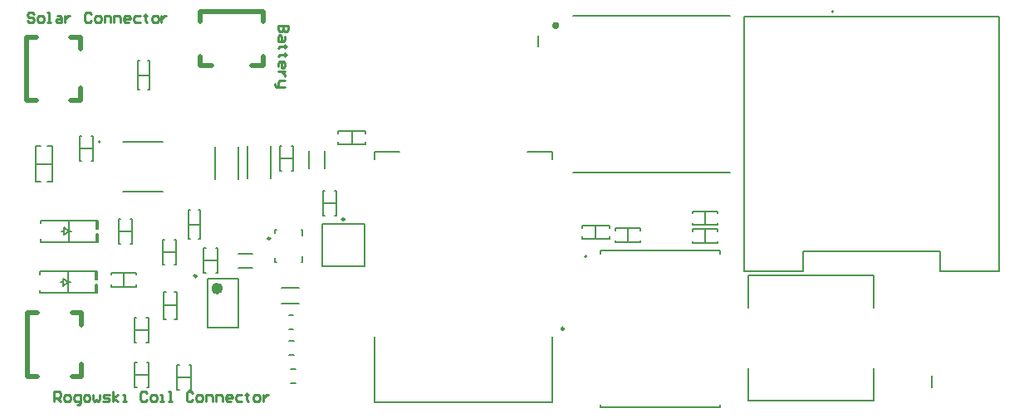
<source format=gbr>
%TF.GenerationSoftware,Altium Limited,Altium Designer,25.5.2 (35)*%
G04 Layer_Color=65535*
%FSLAX45Y45*%
%MOMM*%
%TF.SameCoordinates,50C6A35A-3351-48EA-99BD-CB12244F42B2*%
%TF.FilePolarity,Positive*%
%TF.FileFunction,Legend,Top*%
%TF.Part,Single*%
G01*
G75*
%TA.AperFunction,NonConductor*%
%ADD50C,0.25400*%
%ADD51C,0.25000*%
%ADD52C,0.20000*%
%ADD53C,0.60000*%
%ADD54C,0.12700*%
%ADD55C,0.50000*%
%ADD56C,0.15000*%
G36*
X5455394Y3891572D02*
X5404244D01*
Y3930792D01*
X5455394D01*
Y3891572D01*
D02*
G37*
D50*
X2700929Y3913504D02*
X2600961D01*
Y3863520D01*
X2617622Y3846859D01*
X2634284D01*
X2650945Y3863520D01*
Y3913504D01*
Y3863520D01*
X2667606Y3846859D01*
X2684267D01*
X2700929Y3863520D01*
Y3913504D01*
X2667606Y3796875D02*
Y3763552D01*
X2650945Y3746891D01*
X2600961D01*
Y3796875D01*
X2617622Y3813536D01*
X2634284Y3796875D01*
Y3746891D01*
X2684267Y3696907D02*
X2667606D01*
Y3713568D01*
Y3680246D01*
Y3696907D01*
X2617622D01*
X2600961Y3680246D01*
X2684267Y3613600D02*
X2667606D01*
Y3630262D01*
Y3596939D01*
Y3613600D01*
X2617622D01*
X2600961Y3596939D01*
Y3496971D02*
Y3530294D01*
X2617622Y3546955D01*
X2650945D01*
X2667606Y3530294D01*
Y3496971D01*
X2650945Y3480310D01*
X2634284D01*
Y3546955D01*
X2667606Y3446988D02*
X2600961D01*
X2634284D01*
X2650945Y3430326D01*
X2667606Y3413665D01*
Y3397004D01*
Y3347020D02*
X2617622D01*
X2600961Y3330358D01*
Y3280375D01*
X2584300D01*
X2567639Y3297036D01*
Y3313697D01*
X2600961Y3280375D02*
X2667606D01*
X112728Y4024266D02*
X96067Y4040927D01*
X62744D01*
X46083Y4024266D01*
Y4007605D01*
X62744Y3990944D01*
X96067D01*
X112728Y3974282D01*
Y3957621D01*
X96067Y3940960D01*
X62744D01*
X46083Y3957621D01*
X162712Y3940960D02*
X196034D01*
X212696Y3957621D01*
Y3990944D01*
X196034Y4007605D01*
X162712D01*
X146051Y3990944D01*
Y3957621D01*
X162712Y3940960D01*
X246018D02*
X279341D01*
X262680D01*
Y4040927D01*
X246018D01*
X345986Y4007605D02*
X379309D01*
X395970Y3990944D01*
Y3940960D01*
X345986D01*
X329325Y3957621D01*
X345986Y3974282D01*
X395970D01*
X429293Y4007605D02*
Y3940960D01*
Y3974282D01*
X445954Y3990944D01*
X462615Y4007605D01*
X479276D01*
X695873Y4024266D02*
X679212Y4040927D01*
X645889D01*
X629228Y4024266D01*
Y3957621D01*
X645889Y3940960D01*
X679212D01*
X695873Y3957621D01*
X745857Y3940960D02*
X779180D01*
X795841Y3957621D01*
Y3990944D01*
X779180Y4007605D01*
X745857D01*
X729196Y3990944D01*
Y3957621D01*
X745857Y3940960D01*
X829164D02*
Y4007605D01*
X879148D01*
X895809Y3990944D01*
Y3940960D01*
X929131D02*
Y4007605D01*
X979115D01*
X995777Y3990944D01*
Y3940960D01*
X1079083D02*
X1045761D01*
X1029099Y3957621D01*
Y3990944D01*
X1045761Y4007605D01*
X1079083D01*
X1095744Y3990944D01*
Y3974282D01*
X1029099D01*
X1195712Y4007605D02*
X1145728D01*
X1129067Y3990944D01*
Y3957621D01*
X1145728Y3940960D01*
X1195712D01*
X1245696Y4024266D02*
Y4007605D01*
X1229035D01*
X1262357D01*
X1245696D01*
Y3957621D01*
X1262357Y3940960D01*
X1329003D02*
X1362325D01*
X1378986Y3957621D01*
Y3990944D01*
X1362325Y4007605D01*
X1329003D01*
X1312341Y3990944D01*
Y3957621D01*
X1329003Y3940960D01*
X1412309Y4007605D02*
Y3940960D01*
Y3974282D01*
X1428970Y3990944D01*
X1445632Y4007605D01*
X1462293D01*
X316985Y72527D02*
Y172495D01*
X366969D01*
X383630Y155833D01*
Y122511D01*
X366969Y105849D01*
X316985D01*
X350308D02*
X383630Y72527D01*
X433615D02*
X466937D01*
X483598Y89188D01*
Y122511D01*
X466937Y139172D01*
X433615D01*
X416953Y122511D01*
Y89188D01*
X433615Y72527D01*
X550244Y39204D02*
X566905D01*
X583566Y55866D01*
Y139172D01*
X533582D01*
X516921Y122511D01*
Y89188D01*
X533582Y72527D01*
X583566D01*
X633550D02*
X666873D01*
X683534Y89188D01*
Y122511D01*
X666873Y139172D01*
X633550D01*
X616889Y122511D01*
Y89188D01*
X633550Y72527D01*
X716857Y139172D02*
Y89188D01*
X733518Y72527D01*
X750179Y89188D01*
X766840Y72527D01*
X783502Y89188D01*
Y139172D01*
X816824Y72527D02*
X866808D01*
X883469Y89188D01*
X866808Y105849D01*
X833486D01*
X816824Y122511D01*
X833486Y139172D01*
X883469D01*
X916792Y72527D02*
Y172495D01*
Y105849D02*
X966776Y139172D01*
X916792Y105849D02*
X966776Y72527D01*
X1016760D02*
X1050082D01*
X1033421D01*
Y139172D01*
X1016760D01*
X1266679Y155833D02*
X1250018Y172495D01*
X1216696D01*
X1200034Y155833D01*
Y89188D01*
X1216696Y72527D01*
X1250018D01*
X1266679Y89188D01*
X1316663Y72527D02*
X1349986D01*
X1366647Y89188D01*
Y122511D01*
X1349986Y139172D01*
X1316663D01*
X1300002Y122511D01*
Y89188D01*
X1316663Y72527D01*
X1399970D02*
X1433292D01*
X1416631D01*
Y139172D01*
X1399970D01*
X1483276Y72527D02*
X1516599D01*
X1499938D01*
Y172495D01*
X1483276D01*
X1733195Y155833D02*
X1716534Y172495D01*
X1683212D01*
X1666550Y155833D01*
Y89188D01*
X1683212Y72527D01*
X1716534D01*
X1733195Y89188D01*
X1783180Y72527D02*
X1816502D01*
X1833163Y89188D01*
Y122511D01*
X1816502Y139172D01*
X1783180D01*
X1766518Y122511D01*
Y89188D01*
X1783180Y72527D01*
X1866486D02*
Y139172D01*
X1916470D01*
X1933131Y122511D01*
Y72527D01*
X1966454D02*
Y139172D01*
X2016438D01*
X2033099Y122511D01*
Y72527D01*
X2116405D02*
X2083083D01*
X2066422Y89188D01*
Y122511D01*
X2083083Y139172D01*
X2116405D01*
X2133067Y122511D01*
Y105849D01*
X2066422D01*
X2233034Y139172D02*
X2183051D01*
X2166389Y122511D01*
Y89188D01*
X2183051Y72527D01*
X2233034D01*
X2283019Y155833D02*
Y139172D01*
X2266357D01*
X2299680D01*
X2283019D01*
Y89188D01*
X2299680Y72527D01*
X2366325D02*
X2399647D01*
X2416309Y89188D01*
Y122511D01*
X2399647Y139172D01*
X2366325D01*
X2349664Y122511D01*
Y89188D01*
X2366325Y72527D01*
X2449631Y139172D02*
Y72527D01*
Y105849D01*
X2466293Y122511D01*
X2482954Y139172D01*
X2499615D01*
D51*
X5514189Y815890D02*
G03*
X5514189Y815890I-12500J0D01*
G01*
X3277109Y1932453D02*
G03*
X3277109Y1932453I-12500J0D01*
G01*
X2519818Y1738742D02*
G03*
X2519818Y1738742I-12500J0D01*
G01*
X1769470Y1354642D02*
G03*
X1769470Y1354642I-12500J0D01*
G01*
D52*
X5747966Y1552997D02*
G03*
X5747966Y1552997I-10000J0D01*
G01*
X8263358Y4054040D02*
G03*
X8263358Y4054040I-10000J0D01*
G01*
X5459548Y3910792D02*
G03*
X5459548Y3910792I-29155J0D01*
G01*
X787291Y2722984D02*
G03*
X787291Y2722984I-10000J0D01*
G01*
X5394189Y61890D02*
Y733390D01*
Y2549390D02*
Y2621890D01*
X3584189D02*
X3835189D01*
X5143189D02*
X5394189D01*
X3584189Y61890D02*
Y733390D01*
Y2549390D02*
Y2621890D01*
Y61890D02*
X5394189D01*
X8672640Y79383D02*
Y411883D01*
Y1026883D02*
Y1359383D01*
X7392640D02*
X8672640D01*
X7392640Y79383D02*
Y411883D01*
Y1026883D02*
Y1359383D01*
Y79383D02*
X8672640D01*
X9261103Y220857D02*
Y335857D01*
X5248524Y3695447D02*
Y3810447D01*
X2634588Y1235030D02*
X2814588D01*
X2634588Y1070030D02*
X2814588D01*
X3479609Y1457453D02*
Y1887453D01*
X3049609Y1457453D02*
X3479609D01*
X3049609D02*
Y1887453D01*
X3479609D01*
X2569818Y1828742D02*
X2587318D01*
X2842318D02*
X2849818D01*
Y1498742D02*
Y1558742D01*
Y1768742D02*
Y1828742D01*
X2569818Y1498742D02*
X2587318D01*
X2842318D02*
X2849818D01*
X2569818D02*
Y1538742D01*
Y1788742D02*
Y1828742D01*
X2194092Y1441060D02*
X2341339D01*
X2194092Y1578308D02*
X2341339D01*
X2731607Y260270D02*
X2776608D01*
X2731607Y405270D02*
X2776608D01*
X2715793Y545862D02*
X2760794D01*
X2715793Y690862D02*
X2760794D01*
X2710965Y813850D02*
X2755965D01*
X2710965Y958850D02*
X2755965D01*
X5605394Y2410792D02*
X7205394D01*
X5605394Y4010792D02*
X7205394D01*
X1879470Y826642D02*
X2199470D01*
X1879470Y1326642D02*
X2199470D01*
Y826642D02*
Y1326642D01*
X1879470Y826642D02*
Y1326642D01*
X132889Y2678157D02*
X182889D01*
X132889Y2318157D02*
Y2678157D01*
Y2318157D02*
X182889D01*
X247889Y2678157D02*
X297889D01*
Y2318157D02*
Y2678157D01*
X247889Y2318157D02*
X297889D01*
X132889Y2498157D02*
X297889D01*
X2524598Y2352279D02*
Y2682899D01*
X2288978Y2352279D02*
Y2682899D01*
X2192732Y2346907D02*
Y2677527D01*
X1957112Y2346907D02*
Y2677527D01*
X2912340Y2454613D02*
Y2634613D01*
X3077340Y2454613D02*
Y2634613D01*
D53*
X2009470Y1226642D02*
G03*
X2009470Y1226642I-30000J0D01*
G01*
D54*
X5887966Y1584997D02*
Y1612997D01*
X7107966D01*
Y1584997D02*
Y1612997D01*
X5887966Y12997D02*
Y40997D01*
Y12997D02*
X7107966D01*
Y40997D01*
X7353358Y1404040D02*
Y4004040D01*
Y1404040D02*
X7953358D01*
Y1604040D01*
X9353358D01*
Y1404040D02*
Y1604040D01*
Y1404040D02*
X9953358D01*
Y4004040D01*
X7353358D02*
X9953358D01*
X1021791Y2727484D02*
X1421791D01*
X1021791Y2217484D02*
X1421791D01*
D55*
X1805635Y3950217D02*
Y4050217D01*
X2451636D01*
Y3950217D02*
Y4050217D01*
X1805635Y3500217D02*
Y3600217D01*
Y3500217D02*
X1928635D01*
X2328636D02*
X2451636D01*
Y3600217D01*
X489391Y3793828D02*
X589390D01*
Y3670828D02*
Y3793828D01*
Y3147827D02*
Y3270827D01*
X489391Y3147827D02*
X589390D01*
X39391Y3793828D02*
X139391D01*
X39391Y3147827D02*
Y3793828D01*
Y3147827D02*
X139391D01*
X499235Y332251D02*
X599235D01*
Y455251D01*
Y855252D02*
Y978252D01*
X499235D02*
X599235D01*
X49235Y332251D02*
X149235D01*
X49235D02*
Y978252D01*
X149235D01*
D56*
X5840316Y1731701D02*
Y1871701D01*
X5980316Y1731701D02*
Y1761701D01*
X5700316Y1731701D02*
X5980316D01*
X5700316D02*
Y1761701D01*
Y1841701D02*
Y1871701D01*
X5980316D01*
Y1841701D02*
Y1871701D01*
X1963844Y1389955D02*
X1983045D01*
Y1643955D01*
X1963844D02*
X1983045D01*
X1843044D02*
X1862244D01*
X1843044Y1389955D02*
Y1643955D01*
Y1389955D02*
X1862244D01*
X1843044Y1516955D02*
X1983045D01*
X1093155Y1686420D02*
X1112355D01*
Y1940420D01*
X1093155D02*
X1112355D01*
X972355D02*
X991555D01*
X972355Y1686420D02*
Y1940420D01*
Y1686420D02*
X991555D01*
X972355Y1813420D02*
X1112355D01*
X1260610Y217119D02*
X1279810D01*
Y471119D01*
X1260610D02*
X1279810D01*
X1139810D02*
X1159010D01*
X1139810Y217119D02*
Y471119D01*
Y217119D02*
X1159010D01*
X1139810Y344119D02*
X1279810D01*
X3352081Y2697191D02*
Y2837191D01*
X3212081Y2807191D02*
Y2837191D01*
X3492081D01*
Y2807191D02*
Y2837191D01*
Y2697191D02*
Y2727191D01*
X3212081Y2697191D02*
X3492081D01*
X3212081D02*
Y2727191D01*
X6042904Y1699787D02*
Y1718987D01*
Y1699787D02*
X6296904D01*
Y1718987D01*
Y1820587D02*
Y1839787D01*
X6042904D02*
X6296904D01*
X6042904Y1820587D02*
Y1839787D01*
X6169904Y1699787D02*
Y1839787D01*
X1543727Y1472928D02*
X1562928D01*
Y1726928D01*
X1543727D02*
X1562928D01*
X1422927D02*
X1442127D01*
X1422927Y1472928D02*
Y1726928D01*
Y1472928D02*
X1442127D01*
X1422927Y1599928D02*
X1562928D01*
X1539752Y915157D02*
X1569753D01*
Y1195157D01*
X1539752D02*
X1569753D01*
X1429752D02*
X1459752D01*
X1429752Y915157D02*
Y1195157D01*
Y915157D02*
X1459752D01*
X1429752Y1055157D02*
X1569753D01*
X1172807Y3254007D02*
X1192007D01*
X1172807D02*
Y3554007D01*
X1192007D01*
X1273607D02*
X1292807D01*
X1273607Y3254007D02*
X1292807D01*
Y3554007D01*
X1172807Y3404007D02*
X1292807D01*
X168825Y1370952D02*
Y1400952D01*
X740325D01*
Y1316352D02*
Y1400952D01*
Y1180952D02*
Y1265552D01*
X168825Y1180952D02*
X740325D01*
X168825D02*
Y1210952D01*
X460925Y1180952D02*
Y1400952D01*
X410125Y1329052D02*
X460925Y1290952D01*
X410125Y1252852D02*
X460925Y1290952D01*
X486325D01*
X384725D02*
X410125D01*
Y1252852D02*
Y1329052D01*
X740325Y1180952D02*
X753025D01*
Y1265552D01*
X740325D02*
X753025D01*
X740325Y1400952D02*
X753025D01*
Y1316352D02*
Y1400952D01*
X740325Y1316352D02*
X753025D01*
X1138517Y798429D02*
X1278518D01*
X1259318Y925429D02*
X1278518D01*
Y671429D02*
Y925429D01*
X1259318Y671429D02*
X1278518D01*
X1138517D02*
X1157718D01*
X1138517D02*
Y925429D01*
X1157718D01*
X3057578Y2098064D02*
X3197579D01*
X3178378Y2225064D02*
X3197579D01*
Y1971064D02*
Y2225064D01*
X3178378Y1971064D02*
X3197579D01*
X3057578D02*
X3076778D01*
X3057578D02*
Y2225064D01*
X3076778D01*
X1572132Y321745D02*
X1712133D01*
X1572132Y194745D02*
X1591333D01*
X1572132D02*
Y448745D01*
X1591333D01*
X1692933D02*
X1712133D01*
Y194745D02*
Y448745D01*
X1692933Y194745D02*
X1712133D01*
X577916Y2659064D02*
X717916D01*
X698716Y2786064D02*
X717916D01*
Y2532064D02*
Y2786064D01*
X698716Y2532064D02*
X717916D01*
X577916D02*
X597116D01*
X577916D02*
Y2786064D01*
X597116D01*
X749529Y1836551D02*
X762229D01*
Y1921151D01*
X749529D02*
X762229D01*
X749529Y1785751D02*
X762229D01*
Y1701151D02*
Y1785751D01*
X749529Y1701151D02*
X762229D01*
X419329Y1773051D02*
Y1849251D01*
X393929Y1811151D02*
X419329D01*
X470129D02*
X495529D01*
X419329Y1773051D02*
X470129Y1811151D01*
X419329Y1849251D02*
X470129Y1811151D01*
Y1701151D02*
Y1921151D01*
X178029Y1701151D02*
Y1731150D01*
Y1701151D02*
X749529D01*
Y1785751D01*
Y1836551D02*
Y1921151D01*
X178029D02*
X749529D01*
X178029Y1891151D02*
Y1921151D01*
X1030653Y1245627D02*
Y1385627D01*
X1157653Y1245627D02*
Y1264827D01*
X903653Y1245627D02*
X1157653D01*
X903653D02*
Y1264827D01*
Y1366427D02*
Y1385627D01*
X1157653D01*
Y1366427D02*
Y1385627D01*
X6951061Y1691384D02*
Y1831384D01*
X6824061Y1812184D02*
Y1831384D01*
X7078061D01*
Y1812184D02*
Y1831384D01*
Y1691384D02*
Y1710584D01*
X6824061Y1691384D02*
X7078061D01*
X6824061D02*
Y1710584D01*
X6950615Y1873695D02*
Y2013695D01*
X6823615Y1994495D02*
Y2013695D01*
X7077615D01*
Y1994495D02*
Y2013695D01*
Y1873695D02*
Y1892895D01*
X6823615Y1873695D02*
X7077615D01*
X6823615D02*
Y1892895D01*
X2618248Y2552068D02*
X2758248D01*
X2618248Y2425068D02*
X2637448D01*
X2618248D02*
Y2679068D01*
X2637448D01*
X2739048D02*
X2758248D01*
Y2425068D02*
Y2679068D01*
X2739048Y2425068D02*
X2758248D01*
X1685823Y1730242D02*
X1705024D01*
X1685823D02*
Y2030242D01*
X1705024D01*
X1786624D02*
X1805824D01*
X1786624Y1730242D02*
X1805824D01*
Y2030242D01*
X1685823Y1880242D02*
X1805824D01*
%TF.MD5,5941d39098d37f8575d15e02e7bf9b69*%
M02*

</source>
